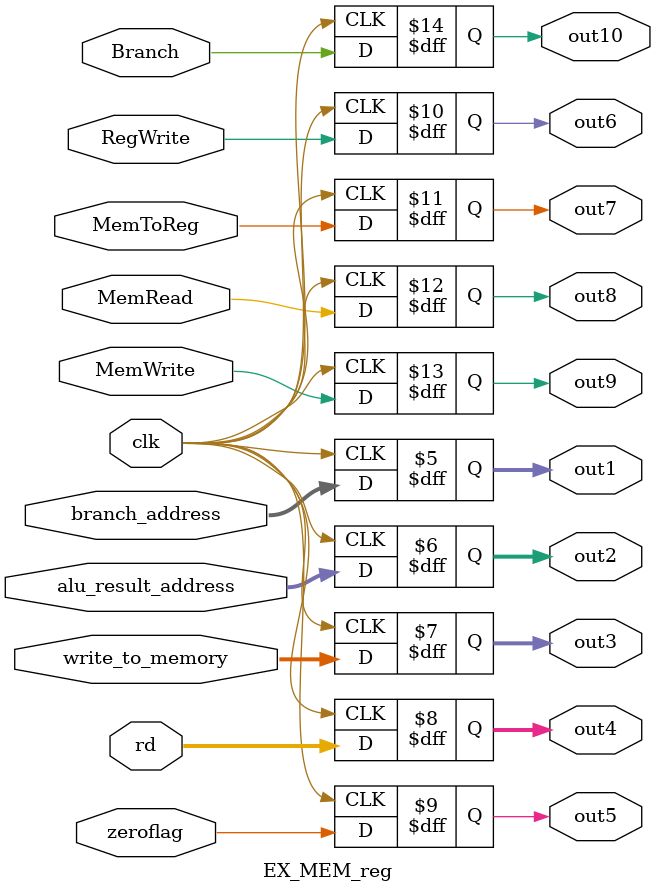
<source format=v>
module EX_MEM_reg(clk, branch_address, alu_result_address, write_to_memory, rd, zeroflag, RegWrite, MemToReg, MemRead, MemWrite, Branch, out1, out2, out3, out4, out5, out6, out7,out8, out9, out10);

input clk,  RegWrite, MemToReg, MemRead, MemWrite, Branch;
input [31:0] branch_address, alu_result_address, write_to_memory;
input [4:0] rd;
input  zeroflag;
output [31:0] out1, out2, out3;
reg [31:0] out1, out2, out3=0;
output [4:0] out4;
reg [4:0] out4=0;
output out5, out6, out7,out8, out9, out10;
reg out5, out6, out7,out8, out9, out10=0;



always@(posedge clk)
begin
out1<=branch_address;
out2<=alu_result_address;
out3<=write_to_memory;
out4<=rd;
out5<=zeroflag;
out6<=RegWrite;
out7<=MemToReg;
out8<=MemRead;
out9<=MemWrite;
out10<=Branch;
end
endmodule
</source>
